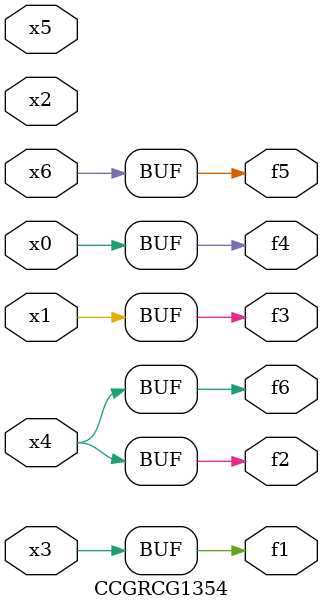
<source format=v>
module CCGRCG1354(
	input x0, x1, x2, x3, x4, x5, x6,
	output f1, f2, f3, f4, f5, f6
);
	assign f1 = x3;
	assign f2 = x4;
	assign f3 = x1;
	assign f4 = x0;
	assign f5 = x6;
	assign f6 = x4;
endmodule

</source>
